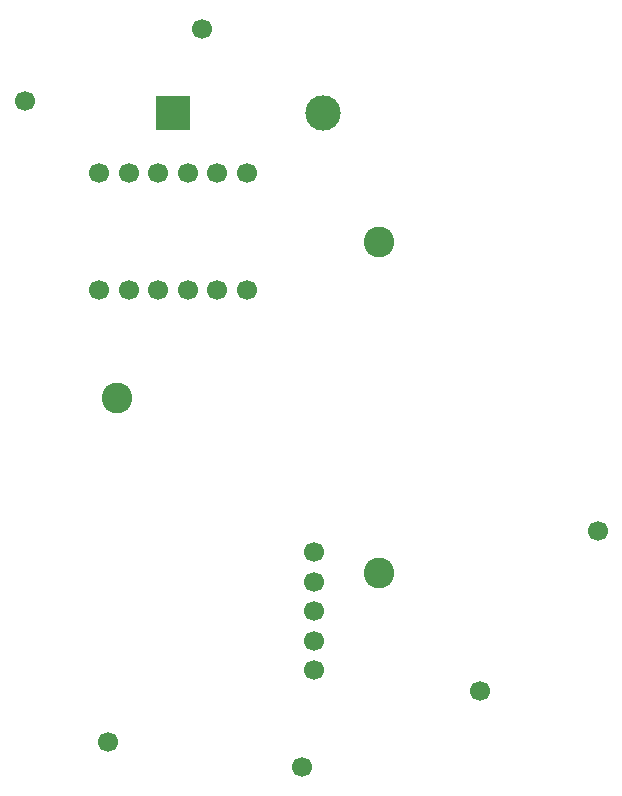
<source format=gbs>
%TF.GenerationSoftware,KiCad,Pcbnew,7.0.1*%
%TF.CreationDate,2023-05-12T08:34:11-04:00*%
%TF.ProjectId,digital_compass,64696769-7461-46c5-9f63-6f6d70617373,rev?*%
%TF.SameCoordinates,Original*%
%TF.FileFunction,Soldermask,Bot*%
%TF.FilePolarity,Negative*%
%FSLAX46Y46*%
G04 Gerber Fmt 4.6, Leading zero omitted, Abs format (unit mm)*
G04 Created by KiCad (PCBNEW 7.0.1) date 2023-05-12 08:34:11*
%MOMM*%
%LPD*%
G01*
G04 APERTURE LIST*
%ADD10C,1.700000*%
%ADD11C,2.600000*%
%ADD12R,3.000000X3.000000*%
%ADD13C,3.000000*%
G04 APERTURE END LIST*
D10*
%TO.C,U3*%
X87300000Y-90800000D03*
X89800000Y-90800000D03*
X92300000Y-90800000D03*
X94800000Y-90800000D03*
X97300000Y-90800000D03*
X99800000Y-90800000D03*
X99800000Y-80900000D03*
X97300000Y-80900000D03*
X94800000Y-80900000D03*
X92300000Y-80900000D03*
X89800000Y-80900000D03*
X87300000Y-80900000D03*
%TD*%
%TO.C,U5*%
X88000000Y-129100000D03*
X104500000Y-131200000D03*
X96000000Y-68700000D03*
X81000000Y-74800000D03*
X119500000Y-124800000D03*
X129500000Y-111200000D03*
%TD*%
%TO.C,U4*%
X105500000Y-123000000D03*
X105500000Y-120500000D03*
X105500000Y-118000000D03*
X105500000Y-115500000D03*
X105500000Y-113000000D03*
%TD*%
D11*
%TO.C,BT1*%
X111000000Y-114750000D03*
X88800000Y-100000000D03*
X111000000Y-86750000D03*
D12*
X93550000Y-75850000D03*
D13*
X106250000Y-75850000D03*
%TD*%
M02*

</source>
